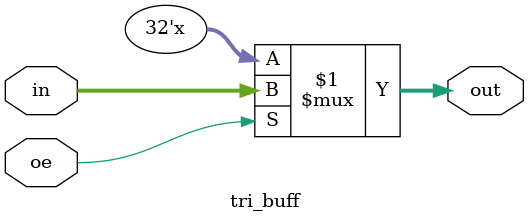
<source format=v>
module tri_buff(in, oe, out);
    input [31:0] in;
    input oe;
    output [31:0]out;

    assign out = oe ? in: 32'bz;

endmodule
</source>
